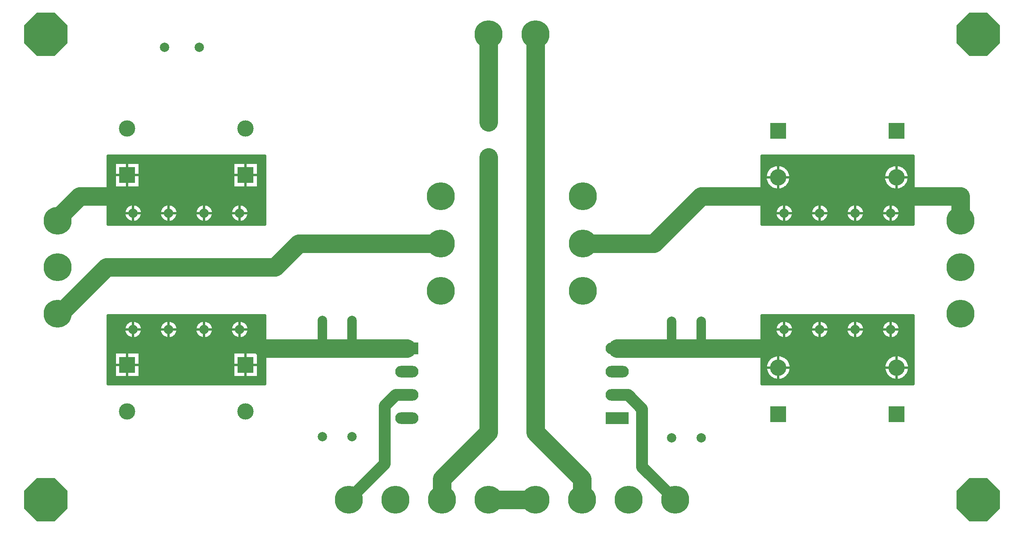
<source format=gbr>
G04 DipTrace 3.3.1.3*
G04 Top.gbr*
%MOMM*%
G04 #@! TF.FileFunction,Copper,L1,Top*
G04 #@! TF.Part,Single*
%AMOUTLINE0*
4,1,8,
4.6194,1.91343,
4.6194,-1.91343,
1.91343,-4.6194,
-1.91343,-4.6194,
-4.6194,-1.91343,
-4.6194,1.91343,
-1.91343,4.6194,
1.91343,4.6194,
4.6194,1.91343,
0*%
G04 #@! TA.AperFunction,Conductor*
%ADD13C,4.0*%
G04 #@! TA.AperFunction,ComponentPad*
%ADD14C,2.0*%
G04 #@! TA.AperFunction,Conductor*
%ADD15C,2.5*%
G04 #@! TA.AperFunction,CopperBalancing*
%ADD16C,0.635*%
%ADD17C,0.5*%
G04 #@! TA.AperFunction,ComponentPad*
%ADD19C,6.0*%
%ADD20O,5.0X2.5*%
%ADD21R,5.0X2.5*%
%ADD22C,3.5*%
%ADD23R,3.5X3.5*%
%ADD43OUTLINE0*%
%FSLAX35Y35*%
G04*
G71*
G90*
G75*
G01*
G04 Top*
%LPD*%
X11422000Y9014500D2*
D13*
Y3151500D1*
X10422000Y1651500D2*
Y2103500D1*
X11422000Y3103500D1*
Y3151500D1*
Y1651500D2*
X12422000D1*
X11422000Y11651500D2*
Y9764500D1*
X12422000Y11651500D2*
Y3151500D1*
Y3103500D1*
X13422000Y2103500D1*
Y1651500D1*
X17383000Y8175500D2*
X15986000D1*
X14970000Y7159500D1*
X13446000D1*
X20431000Y8175500D2*
X21541000D1*
Y7651500D1*
X2176000Y5651500D2*
X2222500D1*
X3222500Y6651500D1*
X6842000D1*
X7350000Y7159500D1*
X10398000D1*
X3540000Y8175500D2*
X2651000D1*
X2176000Y7700500D1*
Y7651500D1*
X14176000Y4901500D2*
X15224000D1*
X15932150D1*
X17482000D1*
X15351000Y5484500D2*
D14*
Y4901500D1*
X15224000D1*
X15986000Y5484500D2*
Y4955350D1*
X15932150Y4901500D1*
X9668000D2*
D13*
X8620000D1*
X7858000D1*
X6588000D1*
X8493000Y5504500D2*
D14*
Y4901500D1*
X8620000D1*
X7858000Y5504500D2*
Y4901500D1*
X8422000Y1651500D2*
D15*
X9191500Y2421000D1*
Y3667000D1*
X9426000Y3901500D1*
X9668000D1*
X14176000D2*
X14418000D1*
X14716000Y3603500D1*
Y2357500D1*
X15422000Y1651500D1*
X17294147Y8969583D2*
D16*
X20519857D1*
X17294147Y8906417D2*
X20519857D1*
X17294147Y8843250D2*
X17540483D1*
X17717517D2*
X20080533D1*
X20257480D2*
X20519857D1*
X17294147Y8780083D2*
X17433020D1*
X17824980D2*
X19973073D1*
X20364940D2*
X20519857D1*
X17294147Y8716917D2*
X17383530D1*
X17874470D2*
X19923580D1*
X20414433D2*
X20519857D1*
X17294147Y8653750D2*
X17357280D1*
X17900720D2*
X19897240D1*
X20440683D2*
X20519857D1*
X17294147Y8590583D2*
X17347527D1*
X17910473D2*
X19887580D1*
X20450433D2*
X20519857D1*
X17294147Y8527417D2*
X17352540D1*
X17905460D2*
X19892500D1*
X20445513D2*
X20519857D1*
X17294147Y8464250D2*
X17373137D1*
X17884863D2*
X19913100D1*
X20424913D2*
X20519857D1*
X17294147Y8401083D2*
X17413880D1*
X17844120D2*
X19953840D1*
X20384170D2*
X20519857D1*
X17294147Y8337917D2*
X17492540D1*
X17765460D2*
X20032500D1*
X20305513D2*
X20519857D1*
X17294147Y8274750D2*
X20519857D1*
X17294147Y8211583D2*
X20519857D1*
X17294147Y8148417D2*
X20519857D1*
X17294147Y8085250D2*
X20519857D1*
X17294147Y8022083D2*
X20519857D1*
X17294147Y7958917D2*
X17623150D1*
X17904823D2*
X18385130D1*
X18666803D2*
X19147200D1*
X19428873D2*
X19909180D1*
X20190850D2*
X20519857D1*
X17294147Y7895750D2*
X17576393D1*
X17951580D2*
X18338373D1*
X18713560D2*
X19100443D1*
X19475630D2*
X19862423D1*
X20237610D2*
X20519857D1*
X17294147Y7832583D2*
X17558620D1*
X17969447D2*
X18320600D1*
X18731423D2*
X19082580D1*
X19493403D2*
X19844557D1*
X20255383D2*
X20519857D1*
X17294147Y7769417D2*
X17561627D1*
X17966347D2*
X18323607D1*
X18728417D2*
X19085587D1*
X19490397D2*
X19847657D1*
X20252373D2*
X20519857D1*
X17294147Y7706250D2*
X17586603D1*
X17941373D2*
X18348673D1*
X18703350D2*
X19110650D1*
X19465330D2*
X19872630D1*
X20227400D2*
X20519857D1*
X17294147Y7643083D2*
X17647670D1*
X17880303D2*
X18409740D1*
X18642283D2*
X19171720D1*
X19404263D2*
X19933697D1*
X20166333D2*
X20519857D1*
X17294147Y7579917D2*
X20519857D1*
X17904250Y8575833D2*
X17902867Y8552547D1*
X17899517Y8529463D1*
X17894227Y8506747D1*
X17887030Y8484557D1*
X17877980Y8463057D1*
X17867147Y8442400D1*
X17854600Y8422737D1*
X17840433Y8404203D1*
X17824750Y8386937D1*
X17807660Y8371060D1*
X17789287Y8356687D1*
X17769763Y8343920D1*
X17749230Y8332853D1*
X17727833Y8323563D1*
X17705727Y8316120D1*
X17683070Y8310573D1*
X17660027Y8306963D1*
X17636757Y8305320D1*
X17613433Y8305650D1*
X17590220Y8307957D1*
X17567287Y8312217D1*
X17544797Y8318403D1*
X17522910Y8326473D1*
X17501787Y8336367D1*
X17481573Y8348013D1*
X17462423Y8361327D1*
X17444467Y8376217D1*
X17427833Y8392573D1*
X17412647Y8410277D1*
X17399013Y8429203D1*
X17387030Y8449217D1*
X17376783Y8470173D1*
X17368350Y8491923D1*
X17361787Y8514307D1*
X17357143Y8537167D1*
X17354450Y8560337D1*
X17353727Y8583650D1*
X17354983Y8606943D1*
X17358207Y8630047D1*
X17363373Y8652793D1*
X17370447Y8675020D1*
X17379377Y8696570D1*
X17390097Y8717287D1*
X17402537Y8737020D1*
X17416600Y8755630D1*
X17432187Y8772983D1*
X17449190Y8788953D1*
X17467483Y8803427D1*
X17486933Y8816300D1*
X17507407Y8827480D1*
X17528753Y8836890D1*
X17550817Y8844453D1*
X17573443Y8850127D1*
X17596470Y8853860D1*
X17619727Y8855633D1*
X17643053Y8855430D1*
X17666277Y8853253D1*
X17689237Y8849120D1*
X17711760Y8843057D1*
X17733690Y8835107D1*
X17754870Y8825330D1*
X17775143Y8813797D1*
X17794370Y8800587D1*
X17812407Y8785797D1*
X17829130Y8769533D1*
X17844413Y8751910D1*
X17858150Y8733060D1*
X17870243Y8713113D1*
X17880603Y8692213D1*
X17889160Y8670513D1*
X17895843Y8648163D1*
X17900617Y8625330D1*
X17903437Y8602177D1*
X17904250Y8575833D1*
X20444250D2*
X20442867Y8552547D1*
X20439517Y8529463D1*
X20434227Y8506747D1*
X20427030Y8484557D1*
X20417980Y8463057D1*
X20407147Y8442400D1*
X20394600Y8422737D1*
X20380433Y8404203D1*
X20364750Y8386937D1*
X20347660Y8371060D1*
X20329287Y8356687D1*
X20309763Y8343920D1*
X20289230Y8332853D1*
X20267833Y8323563D1*
X20245727Y8316120D1*
X20223070Y8310573D1*
X20200027Y8306963D1*
X20176757Y8305320D1*
X20153433Y8305650D1*
X20130220Y8307957D1*
X20107287Y8312217D1*
X20084797Y8318403D1*
X20062910Y8326473D1*
X20041787Y8336367D1*
X20021573Y8348013D1*
X20002423Y8361327D1*
X19984467Y8376217D1*
X19967833Y8392573D1*
X19952647Y8410277D1*
X19939013Y8429203D1*
X19927030Y8449217D1*
X19916783Y8470173D1*
X19908350Y8491923D1*
X19901787Y8514307D1*
X19897143Y8537167D1*
X19894450Y8560337D1*
X19893727Y8583650D1*
X19894983Y8606943D1*
X19898207Y8630047D1*
X19903373Y8652793D1*
X19910447Y8675020D1*
X19919377Y8696570D1*
X19930097Y8717287D1*
X19942537Y8737020D1*
X19956600Y8755630D1*
X19972187Y8772983D1*
X19989190Y8788953D1*
X20007483Y8803427D1*
X20026933Y8816300D1*
X20047407Y8827480D1*
X20068753Y8836890D1*
X20090817Y8844453D1*
X20113443Y8850127D1*
X20136470Y8853860D1*
X20159727Y8855633D1*
X20183053Y8855430D1*
X20206277Y8853253D1*
X20229237Y8849120D1*
X20251760Y8843057D1*
X20273690Y8835107D1*
X20294870Y8825330D1*
X20315143Y8813797D1*
X20334370Y8800587D1*
X20352407Y8785797D1*
X20369130Y8769533D1*
X20384413Y8751910D1*
X20398150Y8733060D1*
X20410243Y8713113D1*
X20420603Y8692213D1*
X20429160Y8670513D1*
X20435843Y8648163D1*
X20440617Y8625330D1*
X20443437Y8602177D1*
X20444250Y8575833D1*
X17964237Y7805833D2*
X17962337Y7782590D1*
X17957747Y7759727D1*
X17950533Y7737550D1*
X17940790Y7716363D1*
X17928650Y7696453D1*
X17914277Y7678087D1*
X17897867Y7661517D1*
X17879643Y7646967D1*
X17859850Y7634633D1*
X17838760Y7624687D1*
X17816657Y7617257D1*
X17793837Y7612443D1*
X17770613Y7610320D1*
X17747300Y7610907D1*
X17724213Y7614200D1*
X17701667Y7620157D1*
X17679967Y7628690D1*
X17659403Y7639690D1*
X17640257Y7653007D1*
X17622790Y7668457D1*
X17607237Y7685833D1*
X17593810Y7704900D1*
X17582690Y7725397D1*
X17574027Y7747050D1*
X17567940Y7769560D1*
X17564510Y7792627D1*
X17563783Y7815937D1*
X17565773Y7839170D1*
X17570450Y7862017D1*
X17577750Y7884167D1*
X17587573Y7905317D1*
X17599790Y7925180D1*
X17614233Y7943490D1*
X17630707Y7959997D1*
X17648987Y7974477D1*
X17668827Y7986733D1*
X17689957Y7996600D1*
X17712090Y8003947D1*
X17734927Y8008670D1*
X17758157Y8010703D1*
X17781467Y8010027D1*
X17804540Y8006643D1*
X17827063Y8000603D1*
X17848733Y7991983D1*
X17869253Y7980903D1*
X17888347Y7967517D1*
X17905753Y7951997D1*
X17921240Y7934563D1*
X17934597Y7915443D1*
X17945637Y7894903D1*
X17954217Y7873220D1*
X17960217Y7850683D1*
X17963557Y7827603D1*
X17964237Y7805833D1*
X18726237D2*
X18724337Y7782590D1*
X18719747Y7759727D1*
X18712533Y7737550D1*
X18702790Y7716363D1*
X18690650Y7696453D1*
X18676277Y7678087D1*
X18659867Y7661517D1*
X18641643Y7646967D1*
X18621850Y7634633D1*
X18600760Y7624687D1*
X18578657Y7617257D1*
X18555837Y7612443D1*
X18532613Y7610320D1*
X18509300Y7610907D1*
X18486213Y7614200D1*
X18463667Y7620157D1*
X18441967Y7628690D1*
X18421403Y7639690D1*
X18402257Y7653007D1*
X18384790Y7668457D1*
X18369237Y7685833D1*
X18355810Y7704900D1*
X18344690Y7725397D1*
X18336027Y7747050D1*
X18329940Y7769560D1*
X18326510Y7792627D1*
X18325783Y7815937D1*
X18327773Y7839170D1*
X18332450Y7862017D1*
X18339750Y7884167D1*
X18349573Y7905317D1*
X18361790Y7925180D1*
X18376233Y7943490D1*
X18392707Y7959997D1*
X18410987Y7974477D1*
X18430827Y7986733D1*
X18451957Y7996600D1*
X18474090Y8003947D1*
X18496927Y8008670D1*
X18520157Y8010703D1*
X18543467Y8010027D1*
X18566540Y8006643D1*
X18589063Y8000603D1*
X18610733Y7991983D1*
X18631253Y7980903D1*
X18650347Y7967517D1*
X18667753Y7951997D1*
X18683240Y7934563D1*
X18696597Y7915443D1*
X18707637Y7894903D1*
X18716217Y7873220D1*
X18722217Y7850683D1*
X18725557Y7827603D1*
X18726237Y7805833D1*
X19488237D2*
X19486337Y7782590D1*
X19481747Y7759727D1*
X19474533Y7737550D1*
X19464790Y7716363D1*
X19452650Y7696453D1*
X19438277Y7678087D1*
X19421867Y7661517D1*
X19403643Y7646967D1*
X19383850Y7634633D1*
X19362760Y7624687D1*
X19340657Y7617257D1*
X19317837Y7612443D1*
X19294613Y7610320D1*
X19271300Y7610907D1*
X19248213Y7614200D1*
X19225667Y7620157D1*
X19203967Y7628690D1*
X19183403Y7639690D1*
X19164257Y7653007D1*
X19146790Y7668457D1*
X19131237Y7685833D1*
X19117810Y7704900D1*
X19106690Y7725397D1*
X19098027Y7747050D1*
X19091940Y7769560D1*
X19088510Y7792627D1*
X19087783Y7815937D1*
X19089773Y7839170D1*
X19094450Y7862017D1*
X19101750Y7884167D1*
X19111573Y7905317D1*
X19123790Y7925180D1*
X19138233Y7943490D1*
X19154707Y7959997D1*
X19172987Y7974477D1*
X19192827Y7986733D1*
X19213957Y7996600D1*
X19236090Y8003947D1*
X19258927Y8008670D1*
X19282157Y8010703D1*
X19305467Y8010027D1*
X19328540Y8006643D1*
X19351063Y8000603D1*
X19372733Y7991983D1*
X19393253Y7980903D1*
X19412347Y7967517D1*
X19429753Y7951997D1*
X19445240Y7934563D1*
X19458597Y7915443D1*
X19469637Y7894903D1*
X19478217Y7873220D1*
X19484217Y7850683D1*
X19487557Y7827603D1*
X19488237Y7805833D1*
X20250237D2*
X20248337Y7782590D1*
X20243747Y7759727D1*
X20236533Y7737550D1*
X20226790Y7716363D1*
X20214650Y7696453D1*
X20200277Y7678087D1*
X20183867Y7661517D1*
X20165643Y7646967D1*
X20145850Y7634633D1*
X20124760Y7624687D1*
X20102657Y7617257D1*
X20079837Y7612443D1*
X20056613Y7610320D1*
X20033300Y7610907D1*
X20010213Y7614200D1*
X19987667Y7620157D1*
X19965967Y7628690D1*
X19945403Y7639690D1*
X19926257Y7653007D1*
X19908790Y7668457D1*
X19893237Y7685833D1*
X19879810Y7704900D1*
X19868690Y7725397D1*
X19860027Y7747050D1*
X19853940Y7769560D1*
X19850510Y7792627D1*
X19849783Y7815937D1*
X19851773Y7839170D1*
X19856450Y7862017D1*
X19863750Y7884167D1*
X19873573Y7905317D1*
X19885790Y7925180D1*
X19900233Y7943490D1*
X19916707Y7959997D1*
X19934987Y7974477D1*
X19954827Y7986733D1*
X19975957Y7996600D1*
X19998090Y8003947D1*
X20020927Y8008670D1*
X20044157Y8010703D1*
X20067467Y8010027D1*
X20090540Y8006643D1*
X20113063Y8000603D1*
X20134733Y7991983D1*
X20155253Y7980903D1*
X20174347Y7967517D1*
X20191753Y7951997D1*
X20207240Y7934563D1*
X20220597Y7915443D1*
X20231637Y7894903D1*
X20240217Y7873220D1*
X20246217Y7850683D1*
X20249557Y7827603D1*
X20250237Y7805833D1*
X20526250Y7572310D2*
Y9032830D1*
X17287780Y9032750D1*
X17287750Y7572170D1*
X20526220Y7572250D1*
X17629000Y8855700D2*
D17*
Y8305300D1*
X17353800Y8580500D2*
X17904200D1*
X20169000Y8855700D2*
Y8305300D1*
X19893800Y8580500D2*
X20444200D1*
X17764000Y8010700D2*
Y7610300D1*
X17563800Y7810500D2*
X17964200D1*
X18526000Y8010700D2*
Y7610300D1*
X18325800Y7810500D2*
X18726200D1*
X19288000Y8010700D2*
Y7610300D1*
X19087800Y7810500D2*
X19488200D1*
X20050000Y8010700D2*
Y7610300D1*
X19849800Y7810500D2*
X20250200D1*
X17294147Y5540583D2*
D16*
X20519857D1*
X17294147Y5477417D2*
X17646940D1*
X17881033D2*
X18408920D1*
X18643013D2*
X19170990D1*
X19405083D2*
X19932970D1*
X20167063D2*
X20519857D1*
X17294147Y5414250D2*
X17586330D1*
X17941647D2*
X18348307D1*
X18703717D2*
X19110287D1*
X19465697D2*
X19872357D1*
X20227673D2*
X20519857D1*
X17294147Y5351083D2*
X17561537D1*
X17966530D2*
X18323517D1*
X18728507D2*
X19085497D1*
X19490487D2*
X19847473D1*
X20252467D2*
X20519857D1*
X17294147Y5287917D2*
X17558620D1*
X17969353D2*
X18320600D1*
X18731333D2*
X19082670D1*
X19493403D2*
X19844650D1*
X20255383D2*
X20519857D1*
X17294147Y5224750D2*
X17576667D1*
X17951397D2*
X18338647D1*
X18713377D2*
X19100627D1*
X19475357D2*
X19862603D1*
X20237337D2*
X20519857D1*
X17294147Y5161583D2*
X17623697D1*
X17904277D2*
X18385677D1*
X18666253D2*
X19147747D1*
X19428327D2*
X19909727D1*
X20190303D2*
X20519857D1*
X17294147Y5098417D2*
X20519857D1*
X17294147Y5035250D2*
X20519857D1*
X17294147Y4972083D2*
X20519857D1*
X17294147Y4908917D2*
X20519857D1*
X17294147Y4845750D2*
X20519857D1*
X17294147Y4782583D2*
X20519857D1*
X17294147Y4719417D2*
X17474767D1*
X17799183D2*
X20014817D1*
X20339237D2*
X20519857D1*
X17294147Y4656250D2*
X17409323D1*
X17864627D2*
X19949377D1*
X20404680D2*
X20519857D1*
X17294147Y4593083D2*
X17374413D1*
X17899627D2*
X19914377D1*
X20439587D2*
X20519857D1*
X17294147Y4529917D2*
X17357917D1*
X17916123D2*
X19897877D1*
X20456087D2*
X20519857D1*
X17294147Y4466750D2*
X17356550D1*
X17917400D2*
X19896603D1*
X20457453D2*
X20519857D1*
X17294147Y4403583D2*
X17370130D1*
X17903910D2*
X19910090D1*
X20443873D2*
X20519857D1*
X17294147Y4340417D2*
X17401210D1*
X17872830D2*
X19941173D1*
X20412790D2*
X20519857D1*
X17294147Y4277250D2*
X17458997D1*
X17814953D2*
X19999050D1*
X20355003D2*
X20519857D1*
X17294147Y4214083D2*
X20519857D1*
X17294147Y4150917D2*
X20519857D1*
X17912250Y4487833D2*
X17910867Y4464547D1*
X17907517Y4441463D1*
X17902227Y4418747D1*
X17895030Y4396557D1*
X17885980Y4375057D1*
X17875147Y4354400D1*
X17862600Y4334737D1*
X17848433Y4316203D1*
X17832750Y4298937D1*
X17815660Y4283060D1*
X17797287Y4268687D1*
X17777763Y4255920D1*
X17757230Y4244853D1*
X17735833Y4235563D1*
X17713727Y4228120D1*
X17691070Y4222573D1*
X17668027Y4218963D1*
X17644757Y4217320D1*
X17621433Y4217650D1*
X17598220Y4219957D1*
X17575287Y4224217D1*
X17552797Y4230403D1*
X17530910Y4238473D1*
X17509787Y4248367D1*
X17489573Y4260013D1*
X17470423Y4273327D1*
X17452467Y4288217D1*
X17435833Y4304573D1*
X17420647Y4322277D1*
X17407013Y4341203D1*
X17395030Y4361217D1*
X17384783Y4382173D1*
X17376350Y4403923D1*
X17369787Y4426307D1*
X17365143Y4449167D1*
X17362450Y4472337D1*
X17361727Y4495650D1*
X17362983Y4518943D1*
X17366207Y4542047D1*
X17371373Y4564793D1*
X17378447Y4587020D1*
X17387377Y4608570D1*
X17398097Y4629287D1*
X17410537Y4649020D1*
X17424600Y4667630D1*
X17440187Y4684983D1*
X17457190Y4700953D1*
X17475483Y4715427D1*
X17494933Y4728300D1*
X17515407Y4739480D1*
X17536753Y4748890D1*
X17558817Y4756453D1*
X17581443Y4762127D1*
X17604470Y4765860D1*
X17627727Y4767633D1*
X17651053Y4767430D1*
X17674277Y4765253D1*
X17697237Y4761120D1*
X17719760Y4755057D1*
X17741690Y4747107D1*
X17762870Y4737330D1*
X17783143Y4725797D1*
X17802370Y4712587D1*
X17820407Y4697797D1*
X17837130Y4681533D1*
X17852413Y4663910D1*
X17866150Y4645060D1*
X17878243Y4625113D1*
X17888603Y4604213D1*
X17897160Y4582513D1*
X17903843Y4560163D1*
X17908617Y4537330D1*
X17911437Y4514177D1*
X17912250Y4487833D1*
X20452250D2*
X20450867Y4464547D1*
X20447517Y4441463D1*
X20442227Y4418747D1*
X20435030Y4396557D1*
X20425980Y4375057D1*
X20415147Y4354400D1*
X20402600Y4334737D1*
X20388433Y4316203D1*
X20372750Y4298937D1*
X20355660Y4283060D1*
X20337287Y4268687D1*
X20317763Y4255920D1*
X20297230Y4244853D1*
X20275833Y4235563D1*
X20253727Y4228120D1*
X20231070Y4222573D1*
X20208027Y4218963D1*
X20184757Y4217320D1*
X20161433Y4217650D1*
X20138220Y4219957D1*
X20115287Y4224217D1*
X20092797Y4230403D1*
X20070910Y4238473D1*
X20049787Y4248367D1*
X20029573Y4260013D1*
X20010423Y4273327D1*
X19992467Y4288217D1*
X19975833Y4304573D1*
X19960647Y4322277D1*
X19947013Y4341203D1*
X19935030Y4361217D1*
X19924783Y4382173D1*
X19916350Y4403923D1*
X19909787Y4426307D1*
X19905143Y4449167D1*
X19902450Y4472337D1*
X19901727Y4495650D1*
X19902983Y4518943D1*
X19906207Y4542047D1*
X19911373Y4564793D1*
X19918447Y4587020D1*
X19927377Y4608570D1*
X19938097Y4629287D1*
X19950537Y4649020D1*
X19964600Y4667630D1*
X19980187Y4684983D1*
X19997190Y4700953D1*
X20015483Y4715427D1*
X20034933Y4728300D1*
X20055407Y4739480D1*
X20076753Y4748890D1*
X20098817Y4756453D1*
X20121443Y4762127D1*
X20144470Y4765860D1*
X20167727Y4767633D1*
X20191053Y4767430D1*
X20214277Y4765253D1*
X20237237Y4761120D1*
X20259760Y4755057D1*
X20281690Y4747107D1*
X20302870Y4737330D1*
X20323143Y4725797D1*
X20342370Y4712587D1*
X20360407Y4697797D1*
X20377130Y4681533D1*
X20392413Y4663910D1*
X20406150Y4645060D1*
X20418243Y4625113D1*
X20428603Y4604213D1*
X20437160Y4582513D1*
X20443843Y4560163D1*
X20448617Y4537330D1*
X20451437Y4514177D1*
X20452250Y4487833D1*
X17964237Y5305833D2*
X17962337Y5282590D1*
X17957747Y5259727D1*
X17950533Y5237550D1*
X17940790Y5216363D1*
X17928650Y5196453D1*
X17914277Y5178087D1*
X17897867Y5161517D1*
X17879643Y5146967D1*
X17859850Y5134633D1*
X17838760Y5124687D1*
X17816657Y5117257D1*
X17793837Y5112443D1*
X17770613Y5110320D1*
X17747300Y5110907D1*
X17724213Y5114200D1*
X17701667Y5120157D1*
X17679967Y5128690D1*
X17659403Y5139690D1*
X17640257Y5153007D1*
X17622790Y5168457D1*
X17607237Y5185833D1*
X17593810Y5204900D1*
X17582690Y5225397D1*
X17574027Y5247050D1*
X17567940Y5269560D1*
X17564510Y5292627D1*
X17563783Y5315937D1*
X17565773Y5339170D1*
X17570450Y5362017D1*
X17577750Y5384167D1*
X17587573Y5405317D1*
X17599790Y5425180D1*
X17614233Y5443490D1*
X17630707Y5459997D1*
X17648987Y5474477D1*
X17668827Y5486733D1*
X17689957Y5496600D1*
X17712090Y5503947D1*
X17734927Y5508670D1*
X17758157Y5510703D1*
X17781467Y5510027D1*
X17804540Y5506643D1*
X17827063Y5500603D1*
X17848733Y5491983D1*
X17869253Y5480903D1*
X17888347Y5467517D1*
X17905753Y5451997D1*
X17921240Y5434563D1*
X17934597Y5415443D1*
X17945637Y5394903D1*
X17954217Y5373220D1*
X17960217Y5350683D1*
X17963557Y5327603D1*
X17964237Y5305833D1*
X18726237D2*
X18724337Y5282590D1*
X18719747Y5259727D1*
X18712533Y5237550D1*
X18702790Y5216363D1*
X18690650Y5196453D1*
X18676277Y5178087D1*
X18659867Y5161517D1*
X18641643Y5146967D1*
X18621850Y5134633D1*
X18600760Y5124687D1*
X18578657Y5117257D1*
X18555837Y5112443D1*
X18532613Y5110320D1*
X18509300Y5110907D1*
X18486213Y5114200D1*
X18463667Y5120157D1*
X18441967Y5128690D1*
X18421403Y5139690D1*
X18402257Y5153007D1*
X18384790Y5168457D1*
X18369237Y5185833D1*
X18355810Y5204900D1*
X18344690Y5225397D1*
X18336027Y5247050D1*
X18329940Y5269560D1*
X18326510Y5292627D1*
X18325783Y5315937D1*
X18327773Y5339170D1*
X18332450Y5362017D1*
X18339750Y5384167D1*
X18349573Y5405317D1*
X18361790Y5425180D1*
X18376233Y5443490D1*
X18392707Y5459997D1*
X18410987Y5474477D1*
X18430827Y5486733D1*
X18451957Y5496600D1*
X18474090Y5503947D1*
X18496927Y5508670D1*
X18520157Y5510703D1*
X18543467Y5510027D1*
X18566540Y5506643D1*
X18589063Y5500603D1*
X18610733Y5491983D1*
X18631253Y5480903D1*
X18650347Y5467517D1*
X18667753Y5451997D1*
X18683240Y5434563D1*
X18696597Y5415443D1*
X18707637Y5394903D1*
X18716217Y5373220D1*
X18722217Y5350683D1*
X18725557Y5327603D1*
X18726237Y5305833D1*
X19488237D2*
X19486337Y5282590D1*
X19481747Y5259727D1*
X19474533Y5237550D1*
X19464790Y5216363D1*
X19452650Y5196453D1*
X19438277Y5178087D1*
X19421867Y5161517D1*
X19403643Y5146967D1*
X19383850Y5134633D1*
X19362760Y5124687D1*
X19340657Y5117257D1*
X19317837Y5112443D1*
X19294613Y5110320D1*
X19271300Y5110907D1*
X19248213Y5114200D1*
X19225667Y5120157D1*
X19203967Y5128690D1*
X19183403Y5139690D1*
X19164257Y5153007D1*
X19146790Y5168457D1*
X19131237Y5185833D1*
X19117810Y5204900D1*
X19106690Y5225397D1*
X19098027Y5247050D1*
X19091940Y5269560D1*
X19088510Y5292627D1*
X19087783Y5315937D1*
X19089773Y5339170D1*
X19094450Y5362017D1*
X19101750Y5384167D1*
X19111573Y5405317D1*
X19123790Y5425180D1*
X19138233Y5443490D1*
X19154707Y5459997D1*
X19172987Y5474477D1*
X19192827Y5486733D1*
X19213957Y5496600D1*
X19236090Y5503947D1*
X19258927Y5508670D1*
X19282157Y5510703D1*
X19305467Y5510027D1*
X19328540Y5506643D1*
X19351063Y5500603D1*
X19372733Y5491983D1*
X19393253Y5480903D1*
X19412347Y5467517D1*
X19429753Y5451997D1*
X19445240Y5434563D1*
X19458597Y5415443D1*
X19469637Y5394903D1*
X19478217Y5373220D1*
X19484217Y5350683D1*
X19487557Y5327603D1*
X19488237Y5305833D1*
X20250237D2*
X20248337Y5282590D1*
X20243747Y5259727D1*
X20236533Y5237550D1*
X20226790Y5216363D1*
X20214650Y5196453D1*
X20200277Y5178087D1*
X20183867Y5161517D1*
X20165643Y5146967D1*
X20145850Y5134633D1*
X20124760Y5124687D1*
X20102657Y5117257D1*
X20079837Y5112443D1*
X20056613Y5110320D1*
X20033300Y5110907D1*
X20010213Y5114200D1*
X19987667Y5120157D1*
X19965967Y5128690D1*
X19945403Y5139690D1*
X19926257Y5153007D1*
X19908790Y5168457D1*
X19893237Y5185833D1*
X19879810Y5204900D1*
X19868690Y5225397D1*
X19860027Y5247050D1*
X19853940Y5269560D1*
X19850510Y5292627D1*
X19849783Y5315937D1*
X19851773Y5339170D1*
X19856450Y5362017D1*
X19863750Y5384167D1*
X19873573Y5405317D1*
X19885790Y5425180D1*
X19900233Y5443490D1*
X19916707Y5459997D1*
X19934987Y5474477D1*
X19954827Y5486733D1*
X19975957Y5496600D1*
X19998090Y5503947D1*
X20020927Y5508670D1*
X20044157Y5510703D1*
X20067467Y5510027D1*
X20090540Y5506643D1*
X20113063Y5500603D1*
X20134733Y5491983D1*
X20155253Y5480903D1*
X20174347Y5467517D1*
X20191753Y5451997D1*
X20207240Y5434563D1*
X20220597Y5415443D1*
X20231637Y5394903D1*
X20240217Y5373220D1*
X20246217Y5350683D1*
X20249557Y5327603D1*
X20250237Y5305833D1*
X20526190Y5603750D2*
X17287780D1*
X17287750Y4143170D1*
X20526220Y4143250D1*
X20526250Y5603830D1*
X17637000Y4767700D2*
D17*
Y4217300D1*
X17361800Y4492500D2*
X17912200D1*
X20177000Y4767700D2*
Y4217300D1*
X19901800Y4492500D2*
X20452200D1*
X17764000Y5510700D2*
Y5110300D1*
X17563800Y5310500D2*
X17964200D1*
X18526000Y5510700D2*
Y5110300D1*
X18325800Y5310500D2*
X18726200D1*
X19288000Y5510700D2*
Y5110300D1*
X19087800Y5310500D2*
X19488200D1*
X20050000Y5510700D2*
Y5110300D1*
X19849800Y5310500D2*
X20250200D1*
X3260647Y5540583D2*
D16*
X6613413D1*
X3260647Y5477417D2*
X3676970D1*
X3911063D2*
X4438947D1*
X4673040D2*
X5200927D1*
X5435020D2*
X5962907D1*
X6197090D2*
X6613413D1*
X3260647Y5414250D2*
X3616357D1*
X3971673D2*
X4378337D1*
X4733653D2*
X5140317D1*
X5495633D2*
X5902293D1*
X6257703D2*
X6613413D1*
X3260647Y5351083D2*
X3591473D1*
X3996467D2*
X4353543D1*
X4758447D2*
X5115523D1*
X5520517D2*
X5877503D1*
X6282493D2*
X6613413D1*
X3260647Y5287917D2*
X3588650D1*
X3999383D2*
X4350627D1*
X4761363D2*
X5112607D1*
X5523340D2*
X5874677D1*
X6285320D2*
X6613413D1*
X3260647Y5224750D2*
X3606603D1*
X3981337D2*
X4368673D1*
X4743313D2*
X5130653D1*
X5505387D2*
X5892633D1*
X6267363D2*
X6613413D1*
X3260647Y5161583D2*
X3653727D1*
X3934303D2*
X4415707D1*
X4696283D2*
X5177687D1*
X5458263D2*
X5939757D1*
X6220333D2*
X6613413D1*
X3260647Y5098417D2*
X6613413D1*
X3260647Y5035250D2*
X6613413D1*
X3260647Y4972083D2*
X6613413D1*
X3260647Y4908917D2*
X6613413D1*
X3260647Y4845750D2*
X6613413D1*
X3260647Y4782583D2*
X3385393D1*
X3948613D2*
X5925353D1*
X6488667D2*
X6613413D1*
X3260647Y4719417D2*
X3385393D1*
X3948613D2*
X5925353D1*
X6488667D2*
X6613413D1*
X3260647Y4656250D2*
X3385393D1*
X3948613D2*
X5925353D1*
X6488667D2*
X6613413D1*
X3260647Y4593083D2*
X3385393D1*
X3948613D2*
X5925353D1*
X6488667D2*
X6613413D1*
X3260647Y4529917D2*
X3385393D1*
X3948613D2*
X5925353D1*
X6488667D2*
X6613413D1*
X3260647Y4466750D2*
X3385393D1*
X3948613D2*
X5925353D1*
X6488667D2*
X6613413D1*
X3260647Y4403583D2*
X3385393D1*
X3948613D2*
X5925353D1*
X6488667D2*
X6613413D1*
X3260647Y4340417D2*
X3385393D1*
X3948613D2*
X5925353D1*
X6488667D2*
X6613413D1*
X3260647Y4277250D2*
X3385393D1*
X3948613D2*
X5925353D1*
X6488667D2*
X6613413D1*
X3260647Y4214083D2*
X6613413D1*
X3260647Y4150917D2*
X6613413D1*
X3396377Y4824057D2*
X3942290D1*
Y4273477D1*
X3391710D1*
Y4824057D1*
X3396377D1*
X5936377D2*
X6482290D1*
Y4273477D1*
X5931710D1*
Y4824057D1*
X5936377D1*
X3994237Y5305833D2*
X3992337Y5282590D1*
X3987747Y5259727D1*
X3980533Y5237550D1*
X3970790Y5216363D1*
X3958650Y5196453D1*
X3944277Y5178087D1*
X3927867Y5161517D1*
X3909643Y5146967D1*
X3889850Y5134633D1*
X3868760Y5124687D1*
X3846657Y5117257D1*
X3823837Y5112443D1*
X3800613Y5110320D1*
X3777300Y5110907D1*
X3754213Y5114200D1*
X3731667Y5120157D1*
X3709967Y5128690D1*
X3689403Y5139690D1*
X3670257Y5153007D1*
X3652790Y5168457D1*
X3637237Y5185833D1*
X3623810Y5204900D1*
X3612690Y5225397D1*
X3604027Y5247050D1*
X3597940Y5269560D1*
X3594510Y5292627D1*
X3593783Y5315937D1*
X3595773Y5339170D1*
X3600450Y5362017D1*
X3607750Y5384167D1*
X3617573Y5405317D1*
X3629790Y5425180D1*
X3644233Y5443490D1*
X3660707Y5459997D1*
X3678987Y5474477D1*
X3698827Y5486733D1*
X3719957Y5496600D1*
X3742090Y5503947D1*
X3764927Y5508670D1*
X3788157Y5510703D1*
X3811467Y5510027D1*
X3834540Y5506643D1*
X3857063Y5500603D1*
X3878733Y5491983D1*
X3899253Y5480903D1*
X3918347Y5467517D1*
X3935753Y5451997D1*
X3951240Y5434563D1*
X3964597Y5415443D1*
X3975637Y5394903D1*
X3984217Y5373220D1*
X3990217Y5350683D1*
X3993557Y5327603D1*
X3994237Y5305833D1*
X4756237D2*
X4754337Y5282590D1*
X4749747Y5259727D1*
X4742533Y5237550D1*
X4732790Y5216363D1*
X4720650Y5196453D1*
X4706277Y5178087D1*
X4689867Y5161517D1*
X4671643Y5146967D1*
X4651850Y5134633D1*
X4630760Y5124687D1*
X4608657Y5117257D1*
X4585837Y5112443D1*
X4562613Y5110320D1*
X4539300Y5110907D1*
X4516213Y5114200D1*
X4493667Y5120157D1*
X4471967Y5128690D1*
X4451403Y5139690D1*
X4432257Y5153007D1*
X4414790Y5168457D1*
X4399237Y5185833D1*
X4385810Y5204900D1*
X4374690Y5225397D1*
X4366027Y5247050D1*
X4359940Y5269560D1*
X4356510Y5292627D1*
X4355783Y5315937D1*
X4357773Y5339170D1*
X4362450Y5362017D1*
X4369750Y5384167D1*
X4379573Y5405317D1*
X4391790Y5425180D1*
X4406233Y5443490D1*
X4422707Y5459997D1*
X4440987Y5474477D1*
X4460827Y5486733D1*
X4481957Y5496600D1*
X4504090Y5503947D1*
X4526927Y5508670D1*
X4550157Y5510703D1*
X4573467Y5510027D1*
X4596540Y5506643D1*
X4619063Y5500603D1*
X4640733Y5491983D1*
X4661253Y5480903D1*
X4680347Y5467517D1*
X4697753Y5451997D1*
X4713240Y5434563D1*
X4726597Y5415443D1*
X4737637Y5394903D1*
X4746217Y5373220D1*
X4752217Y5350683D1*
X4755557Y5327603D1*
X4756237Y5305833D1*
X5518237D2*
X5516337Y5282590D1*
X5511747Y5259727D1*
X5504533Y5237550D1*
X5494790Y5216363D1*
X5482650Y5196453D1*
X5468277Y5178087D1*
X5451867Y5161517D1*
X5433643Y5146967D1*
X5413850Y5134633D1*
X5392760Y5124687D1*
X5370657Y5117257D1*
X5347837Y5112443D1*
X5324613Y5110320D1*
X5301300Y5110907D1*
X5278213Y5114200D1*
X5255667Y5120157D1*
X5233967Y5128690D1*
X5213403Y5139690D1*
X5194257Y5153007D1*
X5176790Y5168457D1*
X5161237Y5185833D1*
X5147810Y5204900D1*
X5136690Y5225397D1*
X5128027Y5247050D1*
X5121940Y5269560D1*
X5118510Y5292627D1*
X5117783Y5315937D1*
X5119773Y5339170D1*
X5124450Y5362017D1*
X5131750Y5384167D1*
X5141573Y5405317D1*
X5153790Y5425180D1*
X5168233Y5443490D1*
X5184707Y5459997D1*
X5202987Y5474477D1*
X5222827Y5486733D1*
X5243957Y5496600D1*
X5266090Y5503947D1*
X5288927Y5508670D1*
X5312157Y5510703D1*
X5335467Y5510027D1*
X5358540Y5506643D1*
X5381063Y5500603D1*
X5402733Y5491983D1*
X5423253Y5480903D1*
X5442347Y5467517D1*
X5459753Y5451997D1*
X5475240Y5434563D1*
X5488597Y5415443D1*
X5499637Y5394903D1*
X5508217Y5373220D1*
X5514217Y5350683D1*
X5517557Y5327603D1*
X5518237Y5305833D1*
X6280237D2*
X6278337Y5282590D1*
X6273747Y5259727D1*
X6266533Y5237550D1*
X6256790Y5216363D1*
X6244650Y5196453D1*
X6230277Y5178087D1*
X6213867Y5161517D1*
X6195643Y5146967D1*
X6175850Y5134633D1*
X6154760Y5124687D1*
X6132657Y5117257D1*
X6109837Y5112443D1*
X6086613Y5110320D1*
X6063300Y5110907D1*
X6040213Y5114200D1*
X6017667Y5120157D1*
X5995967Y5128690D1*
X5975403Y5139690D1*
X5956257Y5153007D1*
X5938790Y5168457D1*
X5923237Y5185833D1*
X5909810Y5204900D1*
X5898690Y5225397D1*
X5890027Y5247050D1*
X5883940Y5269560D1*
X5880510Y5292627D1*
X5879783Y5315937D1*
X5881773Y5339170D1*
X5886450Y5362017D1*
X5893750Y5384167D1*
X5903573Y5405317D1*
X5915790Y5425180D1*
X5930233Y5443490D1*
X5946707Y5459997D1*
X5964987Y5474477D1*
X5984827Y5486733D1*
X6005957Y5496600D1*
X6028090Y5503947D1*
X6050927Y5508670D1*
X6074157Y5510703D1*
X6097467Y5510027D1*
X6120540Y5506643D1*
X6143063Y5500603D1*
X6164733Y5491983D1*
X6185253Y5480903D1*
X6204347Y5467517D1*
X6221753Y5451997D1*
X6237240Y5434563D1*
X6250597Y5415443D1*
X6261637Y5394903D1*
X6270217Y5373220D1*
X6276217Y5350683D1*
X6279557Y5327603D1*
X6280237Y5305833D1*
X6619690Y5603750D2*
X3254220D1*
X3254250Y4143170D1*
X6619780Y4143250D1*
X6619750Y5603830D1*
X3667000Y4823967D2*
D17*
Y4273567D1*
X3391800Y4548767D2*
X3942200D1*
X6207000Y4823967D2*
Y4273567D1*
X5931800Y4548767D2*
X6482200D1*
X3794000Y5510700D2*
Y5110300D1*
X3593800Y5310500D2*
X3994200D1*
X4556000Y5510700D2*
Y5110300D1*
X4355800Y5310500D2*
X4756200D1*
X5318000Y5510700D2*
Y5110300D1*
X5117800Y5310500D2*
X5518200D1*
X6080000Y5510700D2*
Y5110300D1*
X5879800Y5310500D2*
X6280200D1*
X3260647Y8969583D2*
D16*
X6613413D1*
X3260647Y8906417D2*
X6613413D1*
X3260647Y8843250D2*
X3385393D1*
X3948613D2*
X5925353D1*
X6488667D2*
X6613413D1*
X3260647Y8780083D2*
X3385393D1*
X3948613D2*
X5925353D1*
X6488667D2*
X6613413D1*
X3260647Y8716917D2*
X3385393D1*
X3948613D2*
X5925353D1*
X6488667D2*
X6613413D1*
X3260647Y8653750D2*
X3385393D1*
X3948613D2*
X5925353D1*
X6488667D2*
X6613413D1*
X3260647Y8590583D2*
X3385393D1*
X3948613D2*
X5925353D1*
X6488667D2*
X6613413D1*
X3260647Y8527417D2*
X3385393D1*
X3948613D2*
X5925353D1*
X6488667D2*
X6613413D1*
X3260647Y8464250D2*
X3385393D1*
X3948613D2*
X5925353D1*
X6488667D2*
X6613413D1*
X3260647Y8401083D2*
X3385393D1*
X3948613D2*
X5925353D1*
X6488667D2*
X6613413D1*
X3260647Y8337917D2*
X6613413D1*
X3260647Y8274750D2*
X6613413D1*
X3260647Y8211583D2*
X6613413D1*
X3260647Y8148417D2*
X6613413D1*
X3260647Y8085250D2*
X6613413D1*
X3260647Y8022083D2*
X6613413D1*
X3260647Y7958917D2*
X3653180D1*
X3934850D2*
X4415160D1*
X4696830D2*
X5177137D1*
X5458810D2*
X5939117D1*
X6220880D2*
X6613413D1*
X3260647Y7895750D2*
X3606423D1*
X3981610D2*
X4368400D1*
X4743587D2*
X5130380D1*
X5505567D2*
X5892450D1*
X6267547D2*
X6613413D1*
X3260647Y7832583D2*
X3588557D1*
X3999383D2*
X4350537D1*
X4761453D2*
X5112607D1*
X5523433D2*
X5874587D1*
X6285410D2*
X6613413D1*
X3260647Y7769417D2*
X3591657D1*
X3996373D2*
X4353637D1*
X4758353D2*
X5115613D1*
X5520423D2*
X5877593D1*
X6282403D2*
X6613413D1*
X3260647Y7706250D2*
X3616630D1*
X3971400D2*
X4378610D1*
X4733380D2*
X5140590D1*
X5495360D2*
X5902660D1*
X6257337D2*
X6613413D1*
X3260647Y7643083D2*
X3677697D1*
X3910333D2*
X4439677D1*
X4672313D2*
X5201747D1*
X5434290D2*
X5963727D1*
X6196270D2*
X6613413D1*
X3260647Y7579917D2*
X6613413D1*
X3396377Y8904057D2*
X3942290D1*
Y8353477D1*
X3391710D1*
Y8904057D1*
X3396377D1*
X5936377D2*
X6482290D1*
Y8353477D1*
X5931710D1*
Y8904057D1*
X5936377D1*
X3994237Y7805833D2*
X3992337Y7782590D1*
X3987747Y7759727D1*
X3980533Y7737550D1*
X3970790Y7716363D1*
X3958650Y7696453D1*
X3944277Y7678087D1*
X3927867Y7661517D1*
X3909643Y7646967D1*
X3889850Y7634633D1*
X3868760Y7624687D1*
X3846657Y7617257D1*
X3823837Y7612443D1*
X3800613Y7610320D1*
X3777300Y7610907D1*
X3754213Y7614200D1*
X3731667Y7620157D1*
X3709967Y7628690D1*
X3689403Y7639690D1*
X3670257Y7653007D1*
X3652790Y7668457D1*
X3637237Y7685833D1*
X3623810Y7704900D1*
X3612690Y7725397D1*
X3604027Y7747050D1*
X3597940Y7769560D1*
X3594510Y7792627D1*
X3593783Y7815937D1*
X3595773Y7839170D1*
X3600450Y7862017D1*
X3607750Y7884167D1*
X3617573Y7905317D1*
X3629790Y7925180D1*
X3644233Y7943490D1*
X3660707Y7959997D1*
X3678987Y7974477D1*
X3698827Y7986733D1*
X3719957Y7996600D1*
X3742090Y8003947D1*
X3764927Y8008670D1*
X3788157Y8010703D1*
X3811467Y8010027D1*
X3834540Y8006643D1*
X3857063Y8000603D1*
X3878733Y7991983D1*
X3899253Y7980903D1*
X3918347Y7967517D1*
X3935753Y7951997D1*
X3951240Y7934563D1*
X3964597Y7915443D1*
X3975637Y7894903D1*
X3984217Y7873220D1*
X3990217Y7850683D1*
X3993557Y7827603D1*
X3994237Y7805833D1*
X4756237D2*
X4754337Y7782590D1*
X4749747Y7759727D1*
X4742533Y7737550D1*
X4732790Y7716363D1*
X4720650Y7696453D1*
X4706277Y7678087D1*
X4689867Y7661517D1*
X4671643Y7646967D1*
X4651850Y7634633D1*
X4630760Y7624687D1*
X4608657Y7617257D1*
X4585837Y7612443D1*
X4562613Y7610320D1*
X4539300Y7610907D1*
X4516213Y7614200D1*
X4493667Y7620157D1*
X4471967Y7628690D1*
X4451403Y7639690D1*
X4432257Y7653007D1*
X4414790Y7668457D1*
X4399237Y7685833D1*
X4385810Y7704900D1*
X4374690Y7725397D1*
X4366027Y7747050D1*
X4359940Y7769560D1*
X4356510Y7792627D1*
X4355783Y7815937D1*
X4357773Y7839170D1*
X4362450Y7862017D1*
X4369750Y7884167D1*
X4379573Y7905317D1*
X4391790Y7925180D1*
X4406233Y7943490D1*
X4422707Y7959997D1*
X4440987Y7974477D1*
X4460827Y7986733D1*
X4481957Y7996600D1*
X4504090Y8003947D1*
X4526927Y8008670D1*
X4550157Y8010703D1*
X4573467Y8010027D1*
X4596540Y8006643D1*
X4619063Y8000603D1*
X4640733Y7991983D1*
X4661253Y7980903D1*
X4680347Y7967517D1*
X4697753Y7951997D1*
X4713240Y7934563D1*
X4726597Y7915443D1*
X4737637Y7894903D1*
X4746217Y7873220D1*
X4752217Y7850683D1*
X4755557Y7827603D1*
X4756237Y7805833D1*
X5518237D2*
X5516337Y7782590D1*
X5511747Y7759727D1*
X5504533Y7737550D1*
X5494790Y7716363D1*
X5482650Y7696453D1*
X5468277Y7678087D1*
X5451867Y7661517D1*
X5433643Y7646967D1*
X5413850Y7634633D1*
X5392760Y7624687D1*
X5370657Y7617257D1*
X5347837Y7612443D1*
X5324613Y7610320D1*
X5301300Y7610907D1*
X5278213Y7614200D1*
X5255667Y7620157D1*
X5233967Y7628690D1*
X5213403Y7639690D1*
X5194257Y7653007D1*
X5176790Y7668457D1*
X5161237Y7685833D1*
X5147810Y7704900D1*
X5136690Y7725397D1*
X5128027Y7747050D1*
X5121940Y7769560D1*
X5118510Y7792627D1*
X5117783Y7815937D1*
X5119773Y7839170D1*
X5124450Y7862017D1*
X5131750Y7884167D1*
X5141573Y7905317D1*
X5153790Y7925180D1*
X5168233Y7943490D1*
X5184707Y7959997D1*
X5202987Y7974477D1*
X5222827Y7986733D1*
X5243957Y7996600D1*
X5266090Y8003947D1*
X5288927Y8008670D1*
X5312157Y8010703D1*
X5335467Y8010027D1*
X5358540Y8006643D1*
X5381063Y8000603D1*
X5402733Y7991983D1*
X5423253Y7980903D1*
X5442347Y7967517D1*
X5459753Y7951997D1*
X5475240Y7934563D1*
X5488597Y7915443D1*
X5499637Y7894903D1*
X5508217Y7873220D1*
X5514217Y7850683D1*
X5517557Y7827603D1*
X5518237Y7805833D1*
X6280237D2*
X6278337Y7782590D1*
X6273747Y7759727D1*
X6266533Y7737550D1*
X6256790Y7716363D1*
X6244650Y7696453D1*
X6230277Y7678087D1*
X6213867Y7661517D1*
X6195643Y7646967D1*
X6175850Y7634633D1*
X6154760Y7624687D1*
X6132657Y7617257D1*
X6109837Y7612443D1*
X6086613Y7610320D1*
X6063300Y7610907D1*
X6040213Y7614200D1*
X6017667Y7620157D1*
X5995967Y7628690D1*
X5975403Y7639690D1*
X5956257Y7653007D1*
X5938790Y7668457D1*
X5923237Y7685833D1*
X5909810Y7704900D1*
X5898690Y7725397D1*
X5890027Y7747050D1*
X5883940Y7769560D1*
X5880510Y7792627D1*
X5879783Y7815937D1*
X5881773Y7839170D1*
X5886450Y7862017D1*
X5893750Y7884167D1*
X5903573Y7905317D1*
X5915790Y7925180D1*
X5930233Y7943490D1*
X5946707Y7959997D1*
X5964987Y7974477D1*
X5984827Y7986733D1*
X6005957Y7996600D1*
X6028090Y8003947D1*
X6050927Y8008670D1*
X6074157Y8010703D1*
X6097467Y8010027D1*
X6120540Y8006643D1*
X6143063Y8000603D1*
X6164733Y7991983D1*
X6185253Y7980903D1*
X6204347Y7967517D1*
X6221753Y7951997D1*
X6237240Y7934563D1*
X6250597Y7915443D1*
X6261637Y7894903D1*
X6270217Y7873220D1*
X6276217Y7850683D1*
X6279557Y7827603D1*
X6280237Y7805833D1*
X6619750Y7572310D2*
Y9032830D1*
X3254220Y9032750D1*
X3254250Y7572170D1*
X6619780Y7572250D1*
X3667000Y8903967D2*
D17*
Y8353567D1*
X3391800Y8628767D2*
X3942200D1*
X6207000Y8903967D2*
Y8353567D1*
X5931800Y8628767D2*
X6482200D1*
X3794000Y8010700D2*
Y7610300D1*
X3593800Y7810500D2*
X3994200D1*
X4556000Y8010700D2*
Y7610300D1*
X4355800Y7810500D2*
X4756200D1*
X5318000Y8010700D2*
Y7610300D1*
X5117800Y7810500D2*
X5518200D1*
X6080000Y8010700D2*
Y7610300D1*
X5879800Y7810500D2*
X6280200D1*
D19*
X11422000Y11651500D3*
X12422000D3*
X9422000Y1651500D3*
D20*
X9668000Y3901500D3*
Y4401500D3*
Y3401500D3*
D21*
Y4901500D3*
D20*
X14176000Y4401500D3*
Y3901500D3*
Y4901500D3*
D21*
Y3401500D3*
D22*
X3667000Y3548767D3*
D23*
Y4548767D3*
D22*
X6207000Y3548767D3*
D23*
Y4548767D3*
D22*
X3667000Y9628767D3*
D23*
Y8628767D3*
D22*
X6207000Y9628767D3*
D23*
Y8628767D3*
D22*
X17637000Y4492500D3*
D23*
Y3492500D3*
D22*
X20177000Y4492500D3*
D23*
Y3492500D3*
D22*
X17629000Y8580500D3*
D23*
Y9580500D3*
D22*
X20169000Y8580500D3*
D23*
Y9580500D3*
D14*
X11422000Y3151500D3*
X12422000D3*
D43*
X1922000Y11651500D3*
Y1651500D3*
X21922000Y11651500D3*
Y1651500D3*
D19*
X11422000D3*
X12422000D3*
X10422000D3*
X13422000D3*
X15422000D3*
X10398000Y7159500D3*
Y6143500D3*
X13446000D3*
Y7159500D3*
X10398000Y8175500D3*
X13446000D3*
X2176000Y6651500D3*
X21541000D3*
D14*
X7858000Y3004500D3*
Y5504500D3*
X8493000Y3004500D3*
Y5504500D3*
X3794000Y7810500D3*
Y5310500D3*
X4556000Y7810500D3*
Y5310500D3*
X5318000Y7810500D3*
Y5310500D3*
X6080000Y7810500D3*
Y5310500D3*
X15351000Y5484500D3*
Y2984500D3*
X15986000Y5484500D3*
Y2984500D3*
X17764000Y7810500D3*
Y5310500D3*
X18526000Y7810500D3*
Y5310500D3*
X19288000Y7810500D3*
Y5310500D3*
X20050000Y7810500D3*
Y5310500D3*
D19*
X8422000Y1651500D3*
D14*
X11422000Y9014500D3*
Y9764500D3*
X5215000Y11376500D3*
X4465000D3*
D19*
X2176000Y7651500D3*
X21541000Y5651500D3*
X2176000D3*
X21541000Y7651500D3*
X14422000Y1651500D3*
M02*

</source>
